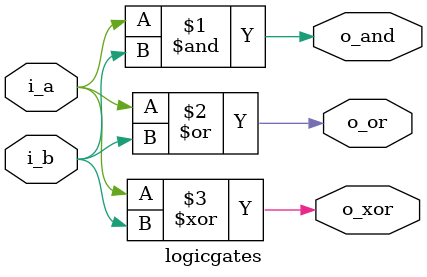
<source format=sv>
module logicgates(
	i_a,
	i_b,
	o_and,
	o_or,
	o_xor
	);
	
input i_a;
input i_b;
output o_and;
output o_or;
output o_xor;

assign o_and = i_a & i_b;
assign o_or  = i_a | i_b;
assign o_xor = i_a ^ i_b;

endmodule

</source>
